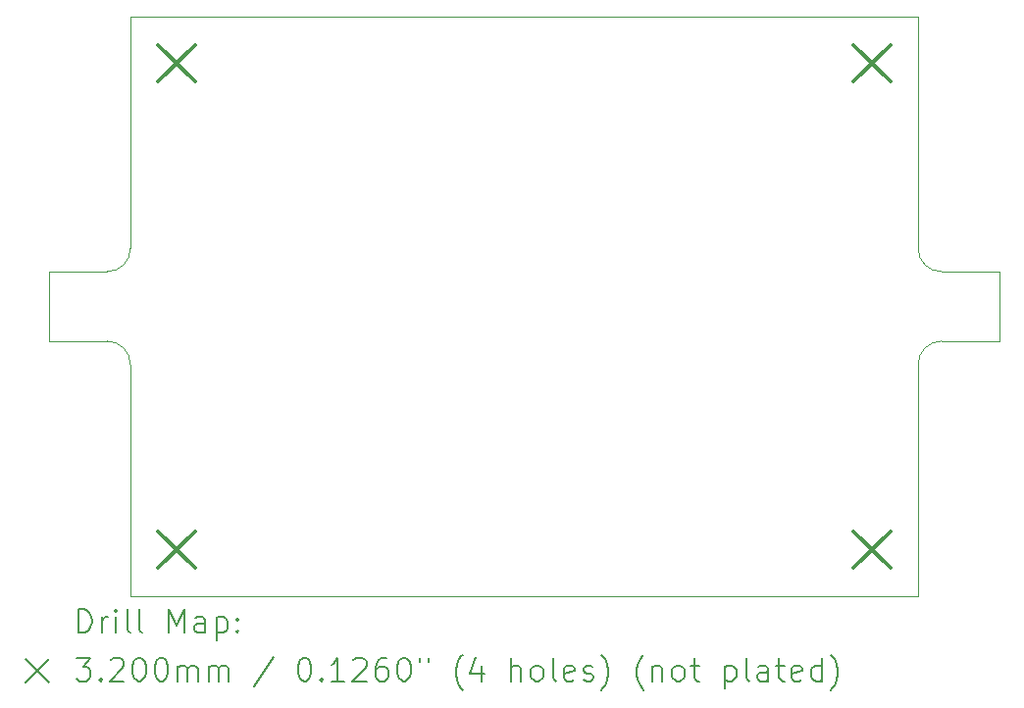
<source format=gbr>
%TF.GenerationSoftware,KiCad,Pcbnew,(6.0.7)*%
%TF.CreationDate,2022-10-27T11:38:15+02:00*%
%TF.ProjectId,DualValveCon,4475616c-5661-46c7-9665-436f6e2e6b69,rev?*%
%TF.SameCoordinates,Original*%
%TF.FileFunction,Drillmap*%
%TF.FilePolarity,Positive*%
%FSLAX45Y45*%
G04 Gerber Fmt 4.5, Leading zero omitted, Abs format (unit mm)*
G04 Created by KiCad (PCBNEW (6.0.7)) date 2022-10-27 11:38:15*
%MOMM*%
%LPD*%
G01*
G04 APERTURE LIST*
%ADD10C,0.100000*%
%ADD11C,0.200000*%
%ADD12C,0.320000*%
G04 APERTURE END LIST*
D10*
X20100000Y-8400000D02*
X19600000Y-8400000D01*
X12400000Y-8400000D02*
X11900000Y-8400000D01*
X12600000Y-6200000D02*
X19400000Y-6200000D01*
X20100000Y-9000000D02*
X20100000Y-8400000D01*
X12600000Y-9200000D02*
G75*
G03*
X12400000Y-9000000I-200000J0D01*
G01*
X11900000Y-8400000D02*
X11900000Y-9000000D01*
X11900000Y-9000000D02*
X12400000Y-9000000D01*
X12400000Y-8400000D02*
G75*
G03*
X12600000Y-8200000I0J200000D01*
G01*
X19400000Y-9200000D02*
X19400000Y-11200000D01*
X19400000Y-8200000D02*
X19400000Y-6200000D01*
X12600000Y-8200000D02*
X12600000Y-6200000D01*
X19400000Y-11200000D02*
X12600000Y-11200000D01*
X19600000Y-9000000D02*
G75*
G03*
X19400000Y-9200000I0J-200000D01*
G01*
X12600000Y-11200000D02*
X12600000Y-9200000D01*
X19400000Y-8200000D02*
G75*
G03*
X19600000Y-8400000I200000J0D01*
G01*
X19600000Y-9000000D02*
X20100000Y-9000000D01*
D11*
D12*
X12840000Y-6440000D02*
X13160000Y-6760000D01*
X13160000Y-6440000D02*
X12840000Y-6760000D01*
X12840000Y-10640000D02*
X13160000Y-10960000D01*
X13160000Y-10640000D02*
X12840000Y-10960000D01*
X18840000Y-6440000D02*
X19160000Y-6760000D01*
X19160000Y-6440000D02*
X18840000Y-6760000D01*
X18840000Y-10640000D02*
X19160000Y-10960000D01*
X19160000Y-10640000D02*
X18840000Y-10960000D01*
D11*
X12152619Y-11515476D02*
X12152619Y-11315476D01*
X12200238Y-11315476D01*
X12228809Y-11325000D01*
X12247857Y-11344048D01*
X12257381Y-11363095D01*
X12266905Y-11401190D01*
X12266905Y-11429762D01*
X12257381Y-11467857D01*
X12247857Y-11486905D01*
X12228809Y-11505952D01*
X12200238Y-11515476D01*
X12152619Y-11515476D01*
X12352619Y-11515476D02*
X12352619Y-11382143D01*
X12352619Y-11420238D02*
X12362143Y-11401190D01*
X12371667Y-11391667D01*
X12390714Y-11382143D01*
X12409762Y-11382143D01*
X12476428Y-11515476D02*
X12476428Y-11382143D01*
X12476428Y-11315476D02*
X12466905Y-11325000D01*
X12476428Y-11334524D01*
X12485952Y-11325000D01*
X12476428Y-11315476D01*
X12476428Y-11334524D01*
X12600238Y-11515476D02*
X12581190Y-11505952D01*
X12571667Y-11486905D01*
X12571667Y-11315476D01*
X12705000Y-11515476D02*
X12685952Y-11505952D01*
X12676428Y-11486905D01*
X12676428Y-11315476D01*
X12933571Y-11515476D02*
X12933571Y-11315476D01*
X13000238Y-11458333D01*
X13066905Y-11315476D01*
X13066905Y-11515476D01*
X13247857Y-11515476D02*
X13247857Y-11410714D01*
X13238333Y-11391667D01*
X13219286Y-11382143D01*
X13181190Y-11382143D01*
X13162143Y-11391667D01*
X13247857Y-11505952D02*
X13228809Y-11515476D01*
X13181190Y-11515476D01*
X13162143Y-11505952D01*
X13152619Y-11486905D01*
X13152619Y-11467857D01*
X13162143Y-11448809D01*
X13181190Y-11439286D01*
X13228809Y-11439286D01*
X13247857Y-11429762D01*
X13343095Y-11382143D02*
X13343095Y-11582143D01*
X13343095Y-11391667D02*
X13362143Y-11382143D01*
X13400238Y-11382143D01*
X13419286Y-11391667D01*
X13428809Y-11401190D01*
X13438333Y-11420238D01*
X13438333Y-11477381D01*
X13428809Y-11496428D01*
X13419286Y-11505952D01*
X13400238Y-11515476D01*
X13362143Y-11515476D01*
X13343095Y-11505952D01*
X13524048Y-11496428D02*
X13533571Y-11505952D01*
X13524048Y-11515476D01*
X13514524Y-11505952D01*
X13524048Y-11496428D01*
X13524048Y-11515476D01*
X13524048Y-11391667D02*
X13533571Y-11401190D01*
X13524048Y-11410714D01*
X13514524Y-11401190D01*
X13524048Y-11391667D01*
X13524048Y-11410714D01*
X11695000Y-11745000D02*
X11895000Y-11945000D01*
X11895000Y-11745000D02*
X11695000Y-11945000D01*
X12133571Y-11735476D02*
X12257381Y-11735476D01*
X12190714Y-11811667D01*
X12219286Y-11811667D01*
X12238333Y-11821190D01*
X12247857Y-11830714D01*
X12257381Y-11849762D01*
X12257381Y-11897381D01*
X12247857Y-11916428D01*
X12238333Y-11925952D01*
X12219286Y-11935476D01*
X12162143Y-11935476D01*
X12143095Y-11925952D01*
X12133571Y-11916428D01*
X12343095Y-11916428D02*
X12352619Y-11925952D01*
X12343095Y-11935476D01*
X12333571Y-11925952D01*
X12343095Y-11916428D01*
X12343095Y-11935476D01*
X12428809Y-11754524D02*
X12438333Y-11745000D01*
X12457381Y-11735476D01*
X12505000Y-11735476D01*
X12524048Y-11745000D01*
X12533571Y-11754524D01*
X12543095Y-11773571D01*
X12543095Y-11792619D01*
X12533571Y-11821190D01*
X12419286Y-11935476D01*
X12543095Y-11935476D01*
X12666905Y-11735476D02*
X12685952Y-11735476D01*
X12705000Y-11745000D01*
X12714524Y-11754524D01*
X12724048Y-11773571D01*
X12733571Y-11811667D01*
X12733571Y-11859286D01*
X12724048Y-11897381D01*
X12714524Y-11916428D01*
X12705000Y-11925952D01*
X12685952Y-11935476D01*
X12666905Y-11935476D01*
X12647857Y-11925952D01*
X12638333Y-11916428D01*
X12628809Y-11897381D01*
X12619286Y-11859286D01*
X12619286Y-11811667D01*
X12628809Y-11773571D01*
X12638333Y-11754524D01*
X12647857Y-11745000D01*
X12666905Y-11735476D01*
X12857381Y-11735476D02*
X12876428Y-11735476D01*
X12895476Y-11745000D01*
X12905000Y-11754524D01*
X12914524Y-11773571D01*
X12924048Y-11811667D01*
X12924048Y-11859286D01*
X12914524Y-11897381D01*
X12905000Y-11916428D01*
X12895476Y-11925952D01*
X12876428Y-11935476D01*
X12857381Y-11935476D01*
X12838333Y-11925952D01*
X12828809Y-11916428D01*
X12819286Y-11897381D01*
X12809762Y-11859286D01*
X12809762Y-11811667D01*
X12819286Y-11773571D01*
X12828809Y-11754524D01*
X12838333Y-11745000D01*
X12857381Y-11735476D01*
X13009762Y-11935476D02*
X13009762Y-11802143D01*
X13009762Y-11821190D02*
X13019286Y-11811667D01*
X13038333Y-11802143D01*
X13066905Y-11802143D01*
X13085952Y-11811667D01*
X13095476Y-11830714D01*
X13095476Y-11935476D01*
X13095476Y-11830714D02*
X13105000Y-11811667D01*
X13124048Y-11802143D01*
X13152619Y-11802143D01*
X13171667Y-11811667D01*
X13181190Y-11830714D01*
X13181190Y-11935476D01*
X13276428Y-11935476D02*
X13276428Y-11802143D01*
X13276428Y-11821190D02*
X13285952Y-11811667D01*
X13305000Y-11802143D01*
X13333571Y-11802143D01*
X13352619Y-11811667D01*
X13362143Y-11830714D01*
X13362143Y-11935476D01*
X13362143Y-11830714D02*
X13371667Y-11811667D01*
X13390714Y-11802143D01*
X13419286Y-11802143D01*
X13438333Y-11811667D01*
X13447857Y-11830714D01*
X13447857Y-11935476D01*
X13838333Y-11725952D02*
X13666905Y-11983095D01*
X14095476Y-11735476D02*
X14114524Y-11735476D01*
X14133571Y-11745000D01*
X14143095Y-11754524D01*
X14152619Y-11773571D01*
X14162143Y-11811667D01*
X14162143Y-11859286D01*
X14152619Y-11897381D01*
X14143095Y-11916428D01*
X14133571Y-11925952D01*
X14114524Y-11935476D01*
X14095476Y-11935476D01*
X14076428Y-11925952D01*
X14066905Y-11916428D01*
X14057381Y-11897381D01*
X14047857Y-11859286D01*
X14047857Y-11811667D01*
X14057381Y-11773571D01*
X14066905Y-11754524D01*
X14076428Y-11745000D01*
X14095476Y-11735476D01*
X14247857Y-11916428D02*
X14257381Y-11925952D01*
X14247857Y-11935476D01*
X14238333Y-11925952D01*
X14247857Y-11916428D01*
X14247857Y-11935476D01*
X14447857Y-11935476D02*
X14333571Y-11935476D01*
X14390714Y-11935476D02*
X14390714Y-11735476D01*
X14371667Y-11764048D01*
X14352619Y-11783095D01*
X14333571Y-11792619D01*
X14524048Y-11754524D02*
X14533571Y-11745000D01*
X14552619Y-11735476D01*
X14600238Y-11735476D01*
X14619286Y-11745000D01*
X14628809Y-11754524D01*
X14638333Y-11773571D01*
X14638333Y-11792619D01*
X14628809Y-11821190D01*
X14514524Y-11935476D01*
X14638333Y-11935476D01*
X14809762Y-11735476D02*
X14771667Y-11735476D01*
X14752619Y-11745000D01*
X14743095Y-11754524D01*
X14724048Y-11783095D01*
X14714524Y-11821190D01*
X14714524Y-11897381D01*
X14724048Y-11916428D01*
X14733571Y-11925952D01*
X14752619Y-11935476D01*
X14790714Y-11935476D01*
X14809762Y-11925952D01*
X14819286Y-11916428D01*
X14828809Y-11897381D01*
X14828809Y-11849762D01*
X14819286Y-11830714D01*
X14809762Y-11821190D01*
X14790714Y-11811667D01*
X14752619Y-11811667D01*
X14733571Y-11821190D01*
X14724048Y-11830714D01*
X14714524Y-11849762D01*
X14952619Y-11735476D02*
X14971667Y-11735476D01*
X14990714Y-11745000D01*
X15000238Y-11754524D01*
X15009762Y-11773571D01*
X15019286Y-11811667D01*
X15019286Y-11859286D01*
X15009762Y-11897381D01*
X15000238Y-11916428D01*
X14990714Y-11925952D01*
X14971667Y-11935476D01*
X14952619Y-11935476D01*
X14933571Y-11925952D01*
X14924048Y-11916428D01*
X14914524Y-11897381D01*
X14905000Y-11859286D01*
X14905000Y-11811667D01*
X14914524Y-11773571D01*
X14924048Y-11754524D01*
X14933571Y-11745000D01*
X14952619Y-11735476D01*
X15095476Y-11735476D02*
X15095476Y-11773571D01*
X15171667Y-11735476D02*
X15171667Y-11773571D01*
X15466905Y-12011667D02*
X15457381Y-12002143D01*
X15438333Y-11973571D01*
X15428809Y-11954524D01*
X15419286Y-11925952D01*
X15409762Y-11878333D01*
X15409762Y-11840238D01*
X15419286Y-11792619D01*
X15428809Y-11764048D01*
X15438333Y-11745000D01*
X15457381Y-11716428D01*
X15466905Y-11706905D01*
X15628809Y-11802143D02*
X15628809Y-11935476D01*
X15581190Y-11725952D02*
X15533571Y-11868809D01*
X15657381Y-11868809D01*
X15885952Y-11935476D02*
X15885952Y-11735476D01*
X15971667Y-11935476D02*
X15971667Y-11830714D01*
X15962143Y-11811667D01*
X15943095Y-11802143D01*
X15914524Y-11802143D01*
X15895476Y-11811667D01*
X15885952Y-11821190D01*
X16095476Y-11935476D02*
X16076428Y-11925952D01*
X16066905Y-11916428D01*
X16057381Y-11897381D01*
X16057381Y-11840238D01*
X16066905Y-11821190D01*
X16076428Y-11811667D01*
X16095476Y-11802143D01*
X16124048Y-11802143D01*
X16143095Y-11811667D01*
X16152619Y-11821190D01*
X16162143Y-11840238D01*
X16162143Y-11897381D01*
X16152619Y-11916428D01*
X16143095Y-11925952D01*
X16124048Y-11935476D01*
X16095476Y-11935476D01*
X16276428Y-11935476D02*
X16257381Y-11925952D01*
X16247857Y-11906905D01*
X16247857Y-11735476D01*
X16428809Y-11925952D02*
X16409762Y-11935476D01*
X16371667Y-11935476D01*
X16352619Y-11925952D01*
X16343095Y-11906905D01*
X16343095Y-11830714D01*
X16352619Y-11811667D01*
X16371667Y-11802143D01*
X16409762Y-11802143D01*
X16428809Y-11811667D01*
X16438333Y-11830714D01*
X16438333Y-11849762D01*
X16343095Y-11868809D01*
X16514524Y-11925952D02*
X16533571Y-11935476D01*
X16571667Y-11935476D01*
X16590714Y-11925952D01*
X16600238Y-11906905D01*
X16600238Y-11897381D01*
X16590714Y-11878333D01*
X16571667Y-11868809D01*
X16543095Y-11868809D01*
X16524048Y-11859286D01*
X16514524Y-11840238D01*
X16514524Y-11830714D01*
X16524048Y-11811667D01*
X16543095Y-11802143D01*
X16571667Y-11802143D01*
X16590714Y-11811667D01*
X16666905Y-12011667D02*
X16676428Y-12002143D01*
X16695476Y-11973571D01*
X16705000Y-11954524D01*
X16714524Y-11925952D01*
X16724048Y-11878333D01*
X16724048Y-11840238D01*
X16714524Y-11792619D01*
X16705000Y-11764048D01*
X16695476Y-11745000D01*
X16676428Y-11716428D01*
X16666905Y-11706905D01*
X17028810Y-12011667D02*
X17019286Y-12002143D01*
X17000238Y-11973571D01*
X16990714Y-11954524D01*
X16981190Y-11925952D01*
X16971667Y-11878333D01*
X16971667Y-11840238D01*
X16981190Y-11792619D01*
X16990714Y-11764048D01*
X17000238Y-11745000D01*
X17019286Y-11716428D01*
X17028810Y-11706905D01*
X17105000Y-11802143D02*
X17105000Y-11935476D01*
X17105000Y-11821190D02*
X17114524Y-11811667D01*
X17133571Y-11802143D01*
X17162143Y-11802143D01*
X17181190Y-11811667D01*
X17190714Y-11830714D01*
X17190714Y-11935476D01*
X17314524Y-11935476D02*
X17295476Y-11925952D01*
X17285952Y-11916428D01*
X17276429Y-11897381D01*
X17276429Y-11840238D01*
X17285952Y-11821190D01*
X17295476Y-11811667D01*
X17314524Y-11802143D01*
X17343095Y-11802143D01*
X17362143Y-11811667D01*
X17371667Y-11821190D01*
X17381190Y-11840238D01*
X17381190Y-11897381D01*
X17371667Y-11916428D01*
X17362143Y-11925952D01*
X17343095Y-11935476D01*
X17314524Y-11935476D01*
X17438333Y-11802143D02*
X17514524Y-11802143D01*
X17466905Y-11735476D02*
X17466905Y-11906905D01*
X17476429Y-11925952D01*
X17495476Y-11935476D01*
X17514524Y-11935476D01*
X17733571Y-11802143D02*
X17733571Y-12002143D01*
X17733571Y-11811667D02*
X17752619Y-11802143D01*
X17790714Y-11802143D01*
X17809762Y-11811667D01*
X17819286Y-11821190D01*
X17828810Y-11840238D01*
X17828810Y-11897381D01*
X17819286Y-11916428D01*
X17809762Y-11925952D01*
X17790714Y-11935476D01*
X17752619Y-11935476D01*
X17733571Y-11925952D01*
X17943095Y-11935476D02*
X17924048Y-11925952D01*
X17914524Y-11906905D01*
X17914524Y-11735476D01*
X18105000Y-11935476D02*
X18105000Y-11830714D01*
X18095476Y-11811667D01*
X18076429Y-11802143D01*
X18038333Y-11802143D01*
X18019286Y-11811667D01*
X18105000Y-11925952D02*
X18085952Y-11935476D01*
X18038333Y-11935476D01*
X18019286Y-11925952D01*
X18009762Y-11906905D01*
X18009762Y-11887857D01*
X18019286Y-11868809D01*
X18038333Y-11859286D01*
X18085952Y-11859286D01*
X18105000Y-11849762D01*
X18171667Y-11802143D02*
X18247857Y-11802143D01*
X18200238Y-11735476D02*
X18200238Y-11906905D01*
X18209762Y-11925952D01*
X18228810Y-11935476D01*
X18247857Y-11935476D01*
X18390714Y-11925952D02*
X18371667Y-11935476D01*
X18333571Y-11935476D01*
X18314524Y-11925952D01*
X18305000Y-11906905D01*
X18305000Y-11830714D01*
X18314524Y-11811667D01*
X18333571Y-11802143D01*
X18371667Y-11802143D01*
X18390714Y-11811667D01*
X18400238Y-11830714D01*
X18400238Y-11849762D01*
X18305000Y-11868809D01*
X18571667Y-11935476D02*
X18571667Y-11735476D01*
X18571667Y-11925952D02*
X18552619Y-11935476D01*
X18514524Y-11935476D01*
X18495476Y-11925952D01*
X18485952Y-11916428D01*
X18476429Y-11897381D01*
X18476429Y-11840238D01*
X18485952Y-11821190D01*
X18495476Y-11811667D01*
X18514524Y-11802143D01*
X18552619Y-11802143D01*
X18571667Y-11811667D01*
X18647857Y-12011667D02*
X18657381Y-12002143D01*
X18676429Y-11973571D01*
X18685952Y-11954524D01*
X18695476Y-11925952D01*
X18705000Y-11878333D01*
X18705000Y-11840238D01*
X18695476Y-11792619D01*
X18685952Y-11764048D01*
X18676429Y-11745000D01*
X18657381Y-11716428D01*
X18647857Y-11706905D01*
M02*

</source>
